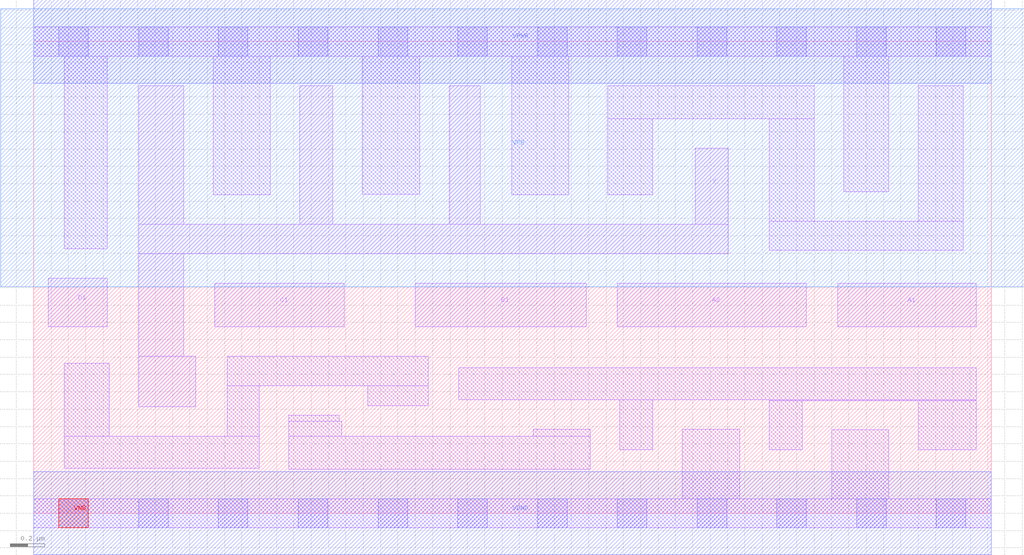
<source format=lef>
# Copyright 2020 The SkyWater PDK Authors
#
# Licensed under the Apache License, Version 2.0 (the "License");
# you may not use this file except in compliance with the License.
# You may obtain a copy of the License at
#
#     https://www.apache.org/licenses/LICENSE-2.0
#
# Unless required by applicable law or agreed to in writing, software
# distributed under the License is distributed on an "AS IS" BASIS,
# WITHOUT WARRANTIES OR CONDITIONS OF ANY KIND, either express or implied.
# See the License for the specific language governing permissions and
# limitations under the License.
#
# SPDX-License-Identifier: Apache-2.0

VERSION 5.7 ;
  NOWIREEXTENSIONATPIN ON ;
  DIVIDERCHAR "/" ;
  BUSBITCHARS "[]" ;
MACRO sky130_fd_sc_hd__o2111ai_2
  CLASS CORE ;
  FOREIGN sky130_fd_sc_hd__o2111ai_2 ;
  ORIGIN  0.000000  0.000000 ;
  SIZE  5.520000 BY  2.720000 ;
  SYMMETRY X Y R90 ;
  SITE unithd ;
  PIN A1
    ANTENNAGATEAREA  0.495000 ;
    DIRECTION INPUT ;
    USE SIGNAL ;
    PORT
      LAYER li1 ;
        RECT 4.635000 1.075000 5.435000 1.325000 ;
    END
  END A1
  PIN A2
    ANTENNAGATEAREA  0.495000 ;
    DIRECTION INPUT ;
    USE SIGNAL ;
    PORT
      LAYER li1 ;
        RECT 3.365000 1.075000 4.455000 1.325000 ;
    END
  END A2
  PIN B1
    ANTENNAGATEAREA  0.495000 ;
    DIRECTION INPUT ;
    USE SIGNAL ;
    PORT
      LAYER li1 ;
        RECT 2.200000 1.075000 3.185000 1.325000 ;
    END
  END B1
  PIN C1
    ANTENNAGATEAREA  0.495000 ;
    DIRECTION INPUT ;
    USE SIGNAL ;
    PORT
      LAYER li1 ;
        RECT 1.045000 1.075000 1.790000 1.325000 ;
    END
  END C1
  PIN D1
    ANTENNAGATEAREA  0.495000 ;
    DIRECTION INPUT ;
    USE SIGNAL ;
    PORT
      LAYER li1 ;
        RECT 0.085000 1.075000 0.425000 1.355000 ;
    END
  END D1
  PIN Y
    ANTENNADIFFAREA  1.302000 ;
    DIRECTION OUTPUT ;
    USE SIGNAL ;
    PORT
      LAYER li1 ;
        RECT 0.605000 0.615000 0.935000 0.905000 ;
        RECT 0.605000 0.905000 0.865000 1.495000 ;
        RECT 0.605000 1.495000 4.005000 1.665000 ;
        RECT 0.605000 1.665000 0.865000 2.465000 ;
        RECT 1.535000 1.665000 1.725000 2.465000 ;
        RECT 2.395000 1.665000 2.575000 2.465000 ;
        RECT 3.815000 1.665000 4.005000 2.105000 ;
    END
  END Y
  PIN VGND
    DIRECTION INOUT ;
    SHAPE ABUTMENT ;
    USE GROUND ;
    PORT
      LAYER met1 ;
        RECT 0.000000 -0.240000 5.520000 0.240000 ;
    END
  END VGND
  PIN VNB
    DIRECTION INOUT ;
    USE GROUND ;
    PORT
      LAYER pwell ;
        RECT 0.145000 -0.085000 0.315000 0.085000 ;
    END
  END VNB
  PIN VPB
    DIRECTION INOUT ;
    USE POWER ;
    PORT
      LAYER nwell ;
        RECT -0.190000 1.305000 5.710000 2.910000 ;
    END
  END VPB
  PIN VPWR
    DIRECTION INOUT ;
    SHAPE ABUTMENT ;
    USE POWER ;
    PORT
      LAYER met1 ;
        RECT 0.000000 2.480000 5.520000 2.960000 ;
    END
  END VPWR
  OBS
    LAYER li1 ;
      RECT 0.000000 -0.085000 5.520000 0.085000 ;
      RECT 0.000000  2.635000 5.520000 2.805000 ;
      RECT 0.175000  0.260000 1.300000 0.445000 ;
      RECT 0.175000  0.445000 0.435000 0.865000 ;
      RECT 0.175000  1.525000 0.425000 2.635000 ;
      RECT 1.035000  1.835000 1.365000 2.635000 ;
      RECT 1.115000  0.445000 1.300000 0.735000 ;
      RECT 1.115000  0.735000 2.275000 0.905000 ;
      RECT 1.470000  0.255000 3.210000 0.445000 ;
      RECT 1.470000  0.445000 1.775000 0.530000 ;
      RECT 1.470000  0.530000 1.760000 0.565000 ;
      RECT 1.895000  1.840000 2.225000 2.635000 ;
      RECT 1.925000  0.620000 2.275000 0.735000 ;
      RECT 2.450000  0.655000 5.435000 0.840000 ;
      RECT 2.755000  1.835000 3.085000 2.635000 ;
      RECT 2.880000  0.445000 3.210000 0.485000 ;
      RECT 3.310000  1.835000 3.570000 2.275000 ;
      RECT 3.310000  2.275000 4.500000 2.465000 ;
      RECT 3.380000  0.365000 3.570000 0.655000 ;
      RECT 3.740000  0.085000 4.070000 0.485000 ;
      RECT 4.240000  0.365000 4.430000 0.650000 ;
      RECT 4.240000  0.650000 5.435000 0.655000 ;
      RECT 4.240000  1.515000 5.360000 1.685000 ;
      RECT 4.240000  1.685000 4.500000 2.275000 ;
      RECT 4.600000  0.085000 4.930000 0.480000 ;
      RECT 4.670000  1.855000 4.930000 2.635000 ;
      RECT 5.100000  0.365000 5.435000 0.650000 ;
      RECT 5.100000  1.685000 5.360000 2.465000 ;
    LAYER mcon ;
      RECT 0.145000 -0.085000 0.315000 0.085000 ;
      RECT 0.145000  2.635000 0.315000 2.805000 ;
      RECT 0.605000 -0.085000 0.775000 0.085000 ;
      RECT 0.605000  2.635000 0.775000 2.805000 ;
      RECT 1.065000 -0.085000 1.235000 0.085000 ;
      RECT 1.065000  2.635000 1.235000 2.805000 ;
      RECT 1.525000 -0.085000 1.695000 0.085000 ;
      RECT 1.525000  2.635000 1.695000 2.805000 ;
      RECT 1.985000 -0.085000 2.155000 0.085000 ;
      RECT 1.985000  2.635000 2.155000 2.805000 ;
      RECT 2.445000 -0.085000 2.615000 0.085000 ;
      RECT 2.445000  2.635000 2.615000 2.805000 ;
      RECT 2.905000 -0.085000 3.075000 0.085000 ;
      RECT 2.905000  2.635000 3.075000 2.805000 ;
      RECT 3.365000 -0.085000 3.535000 0.085000 ;
      RECT 3.365000  2.635000 3.535000 2.805000 ;
      RECT 3.825000 -0.085000 3.995000 0.085000 ;
      RECT 3.825000  2.635000 3.995000 2.805000 ;
      RECT 4.285000 -0.085000 4.455000 0.085000 ;
      RECT 4.285000  2.635000 4.455000 2.805000 ;
      RECT 4.745000 -0.085000 4.915000 0.085000 ;
      RECT 4.745000  2.635000 4.915000 2.805000 ;
      RECT 5.205000 -0.085000 5.375000 0.085000 ;
      RECT 5.205000  2.635000 5.375000 2.805000 ;
  END
END sky130_fd_sc_hd__o2111ai_2
END LIBRARY

</source>
